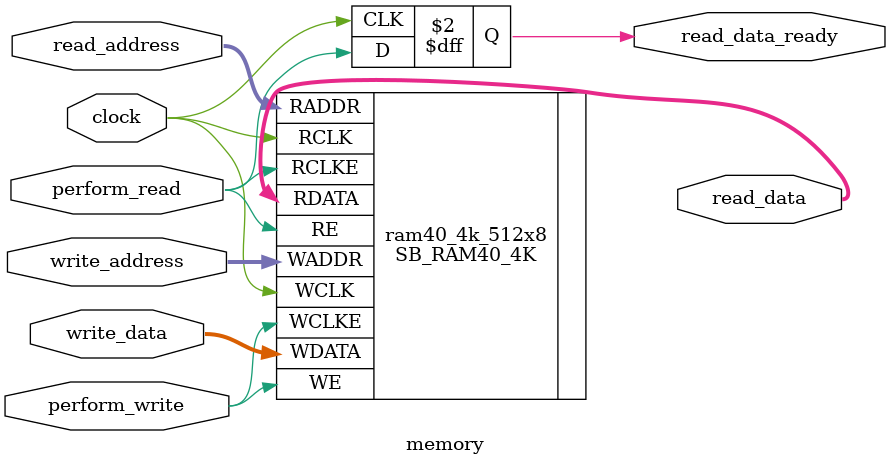
<source format=v>

`ifndef MEMORY_V
`define MEMORY_V

module memory(
    input clock,

    input perform_read,
    input [8:0] read_address,
    output reg[7:0] read_data,
    output reg read_data_ready,

    input perform_write,
    input [8:0] write_data,
    input [7:0] write_address
    );

SB_RAM40_4K #(
    .INIT_0(256'h00000000000000000000000000000000000000000000000000000000_44_33_22_11),
    .WRITE_MODE(1),
    .READ_MODE(1)
) ram40_4k_512x8 (
    .RCLK(clock),
    .RCLKE(perform_read),
    .RE(perform_read),
    .RADDR(read_address),
    .RDATA(read_data),
    .WE(perform_write),
    .WCLK(clock),
    .WCLKE(perform_write),
    .WADDR(write_address),
    .WDATA(write_data)
);

// Assume, data from the RAM is available at the next clock
always @(posedge clock) read_data_ready <= perform_read;

endmodule

`endif

</source>
